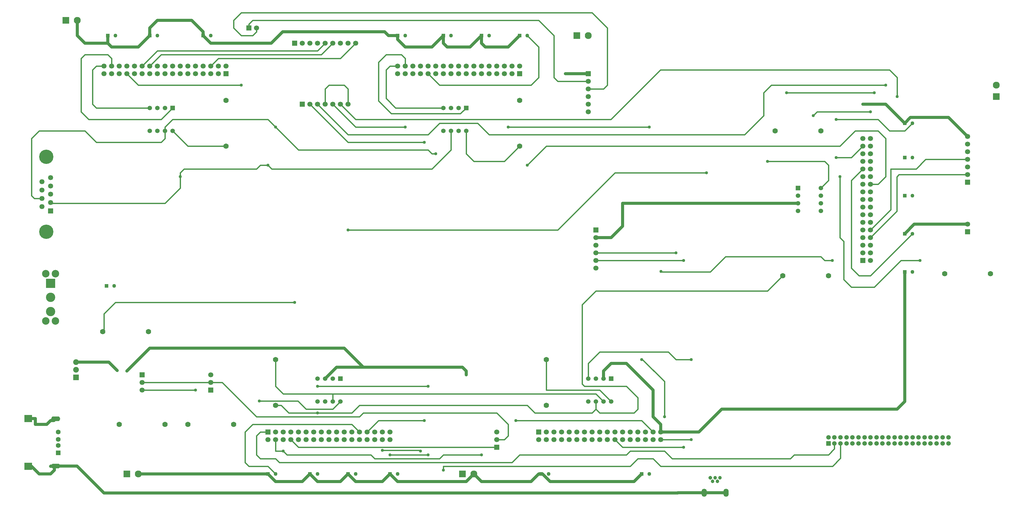
<source format=gbr>
G04 DipTrace 3.3.1.3*
G04 Top.gbr*
%MOIN*%
G04 #@! TF.FileFunction,Copper,L1,Top*
G04 #@! TF.Part,Single*
%AMOUTLINE0*
4,1,8,
-0.009039,0.021824,
0.009039,0.021824,
0.021824,0.009039,
0.021824,-0.009039,
0.009039,-0.021824,
-0.009039,-0.021824,
-0.021824,-0.009039,
-0.021824,0.009039,
-0.009039,0.021824,
0*%
G04 #@! TA.AperFunction,Conductor*
%ADD13C,0.016*%
%ADD14C,0.03937*%
G04 #@! TA.AperFunction,ComponentPad*
%ADD16C,0.07*%
%ADD17C,0.07*%
%ADD18R,0.066929X0.066929*%
%ADD19C,0.066929*%
%ADD20C,0.05*%
%ADD21R,0.05X0.05*%
%ADD22R,0.090551X0.090551*%
%ADD23C,0.090551*%
%ADD24R,0.066535X0.066535*%
%ADD25C,0.066535*%
%ADD26C,0.187402*%
%ADD27R,0.059055X0.059055*%
%ADD28C,0.059055*%
%ADD29C,0.062992*%
%ADD30R,0.062992X0.062992*%
%ADD31O,0.11811X0.062992*%
%ADD32R,0.102362X0.094488*%
G04 #@! TA.AperFunction,ComponentPad*
%ADD33R,0.074803X0.074803*%
%ADD34C,0.074803*%
%ADD35R,0.122047X0.122047*%
%ADD36C,0.122047*%
%ADD37C,0.098425*%
%ADD38C,0.047244*%
%ADD39O,0.066929X0.106299*%
G04 #@! TA.AperFunction,ViaPad*
%ADD40C,0.04*%
G04 #@! TA.AperFunction,ComponentPad*
%ADD98OUTLINE0*%
%FSLAX26Y26*%
G04*
G70*
G90*
G75*
G01*
G04 Top*
%LPD*%
X1509055Y2665748D2*
D13*
X1524016D1*
Y2900787D1*
X1674016Y3050787D1*
X4024016D1*
X1824016Y2150787D2*
D14*
X2124016Y2450787D1*
X4674016D1*
X4924016Y2200787D1*
X4574016D1*
X4424016Y2050787D1*
X7874016Y6050787D2*
X7574016D1*
X10624016Y4350787D2*
X8324016D1*
X1159055Y2265748D2*
X1587567D1*
X1698063Y2155252D1*
X4574016Y2200787D2*
X6224016D1*
X6274016Y2150787D1*
Y2100787D1*
X8324016Y4350787D2*
Y4050787D1*
X8174016Y3900787D1*
X7974016D1*
X8574016Y800787D2*
X8474016Y700787D1*
X7374016D1*
X7274016Y800787D1*
X7255512D1*
X12024016Y3450787D2*
Y1750787D1*
X11924016Y1650787D1*
X10574016D1*
X11474016Y5650787D2*
X11774016D1*
X12024016Y5400787D1*
Y3950787D2*
X12149016Y4075787D1*
X12849016D1*
X6974016Y6550787D2*
X6824016Y6400787D1*
X6524016D1*
X6474016Y6450787D1*
Y6550787D1*
X2633543Y800787D2*
X1974016D1*
X3674016D2*
X2633543D1*
X4224016D2*
X4124016Y700787D1*
X3774016D1*
X3674016Y800787D1*
X4724016D2*
X4624016Y700787D1*
X4324016D1*
X4224016Y800787D1*
X5274016D2*
X5174016Y700787D1*
X4824016D1*
X4724016Y800787D1*
X5874016Y700787D2*
X5374016D1*
X5274016Y800787D1*
X6374016D2*
X6274016Y700787D1*
X5874016D1*
X7255512Y800787D2*
X7224016D1*
X7124016Y700787D1*
X6474016D1*
X6374016Y800787D1*
X8824016Y1350787D2*
Y1450787D1*
X8724016Y1550787D1*
Y1900787D1*
X8374016Y2250787D1*
X8174016D1*
X8074016Y2150787D1*
Y2050787D1*
X9324016Y1350787D2*
X8824016D1*
X10574016Y1650787D2*
X9624016D1*
X9324016Y1350787D1*
X12024016Y5400787D2*
X12099016Y5475787D1*
X12599016D1*
X12849016Y5225787D1*
X1574016Y6550787D2*
Y6450787D1*
X1274016D1*
X1174016Y6550787D1*
Y6750787D1*
X2124016Y6550787D2*
X1974016Y6400787D1*
X1624016D1*
X1574016Y6450787D1*
X2824016Y6550787D2*
Y6600787D1*
X2674016Y6750787D1*
X2224016D1*
X2124016Y6650787D1*
Y6550787D1*
X4624016Y6600787D2*
X3867413D1*
X3717413Y6450787D1*
X2924016D1*
X2824016Y6550787D1*
X5374016D2*
X5256126D1*
X5206126Y6600787D1*
X4624016D1*
X5974016Y6550787D2*
X5824016Y6400787D1*
X5474016D1*
X5374016Y6500787D1*
Y6550787D1*
X6474016D2*
X6324016Y6400787D1*
X6024016D1*
X5974016Y6450787D1*
Y6550787D1*
X532283Y900000D2*
X574803D1*
X674016Y800787D1*
X824016D1*
X874016Y850787D1*
Y900787D1*
X824016D1*
X827165Y903937D1*
X890551D1*
Y1522047D2*
X869291Y1500787D1*
X824016D1*
X774016Y1450787D1*
X624016D1*
X9393307Y551969D2*
X9680709D1*
X890551Y903937D2*
X1170608D1*
X1523757Y550787D1*
X9047303D1*
X9048484Y551969D1*
X9393307D1*
X624016Y1450787D2*
Y1525984D1*
X532283D1*
X3774016Y2300787D2*
D13*
Y1950787D1*
X3874016Y1850787D1*
X4524012D1*
X7974016D1*
X8074016Y1750787D1*
X5874016Y5000787D2*
X5824016D1*
X5774016Y5050787D1*
X4074543D1*
X3774016Y5351315D1*
X11074016Y3600787D2*
X10974016D1*
X10924016Y3650787D1*
X9674016D1*
X9474016Y3450787D1*
X8829000D1*
Y3456787D1*
X2324016Y5300787D2*
Y5200787D1*
X2274016Y5150787D1*
X1424016D1*
X1274016Y5300787D1*
X674016D1*
X574016Y5200787D1*
Y4450787D1*
X610433Y4414370D1*
X712205D1*
X3774016Y5351315D2*
X3674543Y5450787D1*
X2424016D1*
X2324016Y5350787D1*
Y5300787D1*
X4524016Y1750787D2*
X4524012Y1850787D1*
X3774016Y1250787D2*
Y1100787D1*
X3874016D1*
X3924016Y1050787D1*
X5024016D1*
X5074016Y1000787D1*
X5924016D1*
X5974016Y1050787D1*
X6474016D1*
X2724016Y1900787D2*
X2024016D1*
X6474016Y1050787D2*
D3*
X1624016Y6150787D2*
Y6250787D1*
X1574016Y6300787D1*
X1274016D1*
X1224016Y6250787D1*
Y5550787D1*
X1324016Y5450787D1*
X2274016D1*
X2424016Y5600787D1*
X5474016Y6150787D2*
Y6250787D1*
X5424016Y6300787D1*
X5224016D1*
X5124016Y6200787D1*
Y5691858D1*
X5290551Y5525323D1*
X6198551D1*
X6274016Y5600787D1*
X5374016Y6150787D2*
X5274016D1*
X5224016Y6100787D1*
Y5725323D1*
X5348551Y5600787D1*
X5974016D1*
X1524016Y6150787D2*
X1424016D1*
X1374016Y6100787D1*
Y5650787D1*
X1424016Y5600787D1*
X2124016D1*
X4524016Y6450787D2*
X4374016Y6300787D1*
X2274016D1*
X2124016Y6150787D1*
X10824016Y5500787D2*
X10874016Y5550787D1*
X11574016D1*
X9224016Y1250787D2*
X8824016D1*
X9224016Y2300787D2*
X9024016D1*
X8924016Y2400787D1*
X8024016D1*
X7874016Y2250787D1*
Y2050787D1*
X5774016Y1950787D2*
X4324016D1*
X5274016Y1050787D2*
X5774016D1*
X10474016Y5800787D2*
X11624016D1*
X3562752Y1756787D2*
X4068016D1*
X4174016Y1650787D1*
X4524016D1*
X4624016Y1750787D1*
X5174016Y1109787D2*
X5674016D1*
Y1100787D1*
X7324016Y2300787D2*
Y1900787D1*
X8024016D1*
X8174016Y1750787D1*
X3124016Y5100787D2*
X2624016D1*
X2424016Y5300787D1*
X8574016Y2300787D2*
X8586016D1*
X8874016Y2012787D1*
Y1550787D1*
X10924016Y4550787D2*
X11024016Y4650787D1*
Y4850787D1*
X10974016Y4900787D1*
X10224016D1*
X4524016Y5650787D2*
X4824016Y5350787D1*
X5474016D1*
X6824016D2*
X8674016D1*
X5474016D2*
D3*
X6824016D2*
D3*
X3674016Y1350787D2*
X3574016D1*
X3524016Y1300787D1*
Y1050787D1*
X3574016Y1000787D1*
X3774016D1*
X3824016Y950787D1*
X6874016D1*
X6974016Y1050787D1*
X8374016D1*
X8424016Y1100787D1*
X8874016D1*
X8974016Y1000787D1*
X10524016D1*
X10574016Y1050787D1*
X11024016D1*
X11102756Y1129528D1*
Y1200787D1*
X6974016Y5100787D2*
X6774016Y4900787D1*
X6374016D1*
X6274016Y5000787D1*
Y5300787D1*
X5974016Y850787D2*
Y900787D1*
X8424016D1*
X8524016Y1000787D1*
X8724016D1*
X8824016Y900787D1*
X11077165D1*
X11181496Y1005118D1*
Y1200787D1*
X7874016Y5950787D2*
X7474016D1*
X7424016Y6000787D1*
Y6550787D1*
X7224016Y6750787D1*
X3474016D1*
X3424016Y6700787D1*
Y6650787D1*
X7874016Y5850787D2*
X8074016D1*
X8124016Y5900787D1*
Y6650787D1*
X7924016Y6850787D1*
X3324016D1*
X3224016Y6750787D1*
Y6650787D1*
X3324016Y6550787D1*
X3474016D1*
X3524016Y6600787D1*
Y6650787D1*
X4424016Y6450787D2*
X4324016Y6350787D1*
X2224016D1*
X2024016Y6150787D1*
X9024016Y3700787D2*
X7974016D1*
X9124016Y1150787D2*
X8324016D1*
X8224016Y1250787D1*
X9124016Y3600787D2*
X7974016D1*
X3974016Y1250787D2*
X4074016Y1150787D1*
X5374016D1*
X6674016D1*
X11574016Y3900787D2*
X11920016Y4246787D1*
Y4696787D1*
X11949016Y4725787D1*
X12849016D1*
X11574016Y4000787D2*
X11840092Y4266864D1*
Y4800787D1*
X12174016D1*
X12299016Y4925787D1*
X12849016D1*
X10424016Y3400787D2*
X10224016Y3200787D1*
X7974016D1*
X7794488Y3021260D1*
Y1980315D1*
X7824016Y1950787D1*
X8374016D1*
X8524016Y1800787D1*
Y1650787D1*
X8474016Y1600787D1*
X8024016D1*
X7974016Y1650787D1*
Y1750787D1*
X824016Y4359843D2*
Y4350787D1*
X2324016D1*
X2524016Y4550787D1*
Y4700787D1*
X4324016Y1600787D2*
X3947161D1*
X3847161Y1700787D1*
X3774016D1*
X7974016Y1650787D2*
X7924016Y1600787D1*
X7174016D1*
X7074016Y1700787D1*
X4874016D1*
X4774016Y1600787D1*
X4324016D1*
X3674016Y4850787D2*
X3724016Y4800787D1*
X5824016D1*
X6074016Y5050787D1*
Y5300787D1*
X2524016Y4700787D2*
Y4750787D1*
X2574016Y4800787D1*
X3524016D1*
X3574016Y4850787D1*
X3674016D1*
X4724016Y4000787D2*
X7474016D1*
X8224016Y4750787D1*
X9424016D1*
X4724016Y5650787D2*
Y5850787D1*
X4674016Y5900787D1*
X4474016D1*
X4424016Y5850787D1*
Y5650787D1*
X11924016Y5750787D2*
Y6000787D1*
X11824016Y6100787D1*
X8821654D1*
X8171654Y5450787D1*
X4824016D1*
X4624016Y5650787D1*
X4224016D2*
X4724016Y5150787D1*
X5724016D1*
X7074016Y4850787D2*
X7324016Y5100787D1*
X11174016D1*
X11374016Y5300787D1*
X11674016D1*
X11774016Y5200787D1*
Y4700787D1*
X11674016Y4600787D1*
X11574016D1*
X11774016Y5900787D2*
X10274016D1*
X10174016Y5800787D1*
Y5500787D1*
X9924016Y5250787D1*
X6574016D1*
X6424016Y5400787D1*
X5924016D1*
X5774016Y5250787D1*
X4724016D1*
X4324016Y5650787D1*
X2024016Y2000787D2*
X2924016D1*
X3074016D1*
X3524016Y1550787D1*
X4874016D1*
X4924016Y1600787D1*
X6674016D1*
X6824016Y1450787D1*
Y1300787D1*
X6774016Y1250787D1*
X6674016D1*
X5724016Y1500787D2*
X5124016D1*
X4974016Y1350787D1*
X6924016Y1500787D2*
X8574016D1*
X8724016Y1350787D1*
X3324016Y5900787D2*
X1974016D1*
X1824016Y6050787D1*
X11124016Y4950787D2*
X11324016D1*
X11474016Y5100787D1*
X11124016Y5450787D2*
X11674016D1*
X11824016Y5300787D1*
X12024016D1*
X12124016Y5400787D1*
Y3950787D2*
X11574016Y3400787D1*
X11424016D1*
X11324016Y3500787D1*
Y4650787D1*
X11474016Y4800787D1*
X12224016Y3600787D2*
X11974016D1*
X11624016Y3250787D1*
X11324016D1*
X11224016Y3350787D1*
Y3850787D1*
X11174016Y3900787D1*
Y4700787D1*
X7074016Y6550787D2*
X7224016Y6400787D1*
Y6000787D1*
X7124016Y5900787D1*
X5924016D1*
X5774016Y6050787D1*
X4824016Y6450787D2*
X4624016Y6250787D1*
X3024016D1*
X2924016Y6150787D1*
X3774016Y800787D2*
X3674016Y900787D1*
X3424016D1*
X3374016Y950787D1*
Y1350787D1*
X3474016Y1450787D1*
X4774016D1*
X4874016Y1350787D1*
D40*
X5874016Y5000787D3*
X6474016Y1050787D3*
X5474016Y5350787D3*
X6824016D3*
D3*
X5724016Y5150787D3*
X7074016Y4850787D3*
X5474016Y5350787D3*
X6824016D3*
X6474016Y1050787D3*
X4024016Y3050787D3*
X7574016Y6050787D3*
X1824016Y2150787D3*
X8324016Y4350787D3*
X1698063Y2155252D3*
X6274016Y2100787D3*
X2633543Y800787D3*
X9324016Y1350787D3*
X10574016Y1650787D3*
X11474016Y5650787D3*
X5874016Y700787D3*
X4624016Y6600787D3*
X624016Y1450787D3*
X3774016Y5351315D3*
X8829000Y3456787D3*
X11074016Y3600787D3*
X3874016Y1100787D3*
X2724016Y1900787D3*
X10824016Y5500787D3*
X11574016Y5550787D3*
X9224016Y1250787D3*
Y2300787D3*
X4324016Y1950787D3*
X5774016D3*
Y1050787D3*
X5274016D3*
X11624016Y5800787D3*
X10474016D3*
X3562752Y1756787D3*
X5674016Y1100787D3*
X5174016Y1109787D3*
X8874016Y1550787D3*
X8574016Y2300787D3*
X10224016Y4900787D3*
X8674016Y5350787D3*
X5974016Y850787D3*
X9024016Y3700787D3*
X9124016Y1150787D3*
Y3600787D3*
X3674016Y4850787D3*
X4324016Y1600787D3*
X2524016Y4700787D3*
X9424016Y4750787D3*
X4724016Y4000787D3*
X11924016Y5750787D3*
X11774016Y5900787D3*
X5724016Y1500787D3*
X6924016D3*
X3324016Y5900787D3*
X11124016Y4950787D3*
Y5450787D3*
X11174016Y4700787D3*
X12224016Y3600787D3*
D16*
X3774016Y1700787D3*
D17*
Y2300787D3*
D16*
X13149016Y3425787D3*
D17*
X12549016D3*
D18*
X7974016Y4000787D3*
D19*
Y3900787D3*
Y3800787D3*
Y3700787D3*
Y3600787D3*
Y3500787D3*
D18*
X7874016Y6050787D3*
D19*
Y5950787D3*
Y5850787D3*
Y5750787D3*
Y5650787D3*
Y5550787D3*
D20*
X1659055Y3265748D3*
D21*
X1559055D3*
D20*
X3774016Y800787D3*
D21*
X3674016D3*
D20*
X5374016D3*
D21*
X5274016D3*
D20*
X4824016D3*
D21*
X4724016D3*
D20*
X4324016D3*
D21*
X4224016D3*
D20*
X7355512D3*
D21*
X7255512D3*
D20*
X8674016D3*
D21*
X8574016D3*
D20*
X2224016Y6550787D3*
D21*
X2124016D3*
D20*
X1674016D3*
D21*
X1574016D3*
D20*
X2924016D3*
D21*
X2824016D3*
D20*
X12124016Y5400787D3*
D21*
X12024016D3*
D20*
X12124016Y4950787D3*
D21*
X12024016D3*
D20*
X12124016Y4450787D3*
D21*
X12024016D3*
D20*
X12124016Y3950787D3*
D21*
X12024016D3*
D20*
X12124016Y3450787D3*
D21*
X12024016D3*
D20*
X5474016Y6550787D3*
D21*
X5374016D3*
D20*
X6074016D3*
D21*
X5974016D3*
D20*
X6574016D3*
D21*
X6474016D3*
D20*
X7074016D3*
D21*
X6974016D3*
D18*
X2924016Y1900787D3*
D19*
Y2000787D3*
Y2100787D3*
D18*
X4024016Y6450787D3*
D19*
X4124016D3*
X4224016D3*
X4324016D3*
X4424016D3*
X4524016D3*
X4624016D3*
X4724016D3*
X4824016D3*
D18*
X12849016Y3975787D3*
D19*
Y4075787D3*
D18*
X3124016Y6050787D3*
D19*
Y6150787D3*
X3024016Y6050787D3*
Y6150787D3*
X2924016Y6050787D3*
Y6150787D3*
X2824016Y6050787D3*
Y6150787D3*
X2724016Y6050787D3*
Y6150787D3*
X2624016Y6050787D3*
Y6150787D3*
X2524016Y6050787D3*
Y6150787D3*
X2424016Y6050787D3*
Y6150787D3*
X2324016Y6050787D3*
Y6150787D3*
X2224016Y6050787D3*
Y6150787D3*
X2124016Y6050787D3*
Y6150787D3*
X2024016Y6050787D3*
Y6150787D3*
X1924016Y6050787D3*
Y6150787D3*
X1824016Y6050787D3*
Y6150787D3*
X1724016Y6050787D3*
Y6150787D3*
X1624016Y6050787D3*
Y6150787D3*
X1524016Y6050787D3*
Y6150787D3*
D18*
X6974016Y6050787D3*
D19*
Y6150787D3*
X6874016Y6050787D3*
Y6150787D3*
X6774016Y6050787D3*
Y6150787D3*
X6674016Y6050787D3*
Y6150787D3*
X6574016Y6050787D3*
Y6150787D3*
X6474016Y6050787D3*
Y6150787D3*
X6374016Y6050787D3*
Y6150787D3*
X6274016Y6050787D3*
Y6150787D3*
X6174016Y6050787D3*
Y6150787D3*
X6074016Y6050787D3*
Y6150787D3*
X5974016Y6050787D3*
Y6150787D3*
X5874016Y6050787D3*
Y6150787D3*
X5774016Y6050787D3*
Y6150787D3*
X5674016Y6050787D3*
Y6150787D3*
X5574016Y6050787D3*
Y6150787D3*
X5474016Y6050787D3*
Y6150787D3*
X5374016Y6050787D3*
Y6150787D3*
D18*
X11474016Y3600787D3*
D19*
X11574016D3*
X11474016Y3700787D3*
X11574016D3*
X11474016Y3800787D3*
X11574016D3*
X11474016Y3900787D3*
X11574016D3*
X11474016Y4000787D3*
X11574016D3*
X11474016Y4100787D3*
X11574016D3*
X11474016Y4200787D3*
X11574016D3*
X11474016Y4300787D3*
X11574016D3*
X11474016Y4400787D3*
X11574016D3*
X11474016Y4500787D3*
X11574016D3*
X11474016Y4600787D3*
X11574016D3*
X11474016Y4700787D3*
X11574016D3*
X11474016Y4800787D3*
X11574016D3*
X11474016Y4900787D3*
X11574016D3*
X11474016Y5000787D3*
X11574016D3*
X11474016Y5100787D3*
X11574016D3*
X11474016Y5200787D3*
X11574016D3*
D18*
X7224016Y1350787D3*
D19*
Y1250787D3*
X7324016Y1350787D3*
Y1250787D3*
X7424016Y1350787D3*
Y1250787D3*
X7524016Y1350787D3*
Y1250787D3*
X7624016Y1350787D3*
Y1250787D3*
X7724016Y1350787D3*
Y1250787D3*
X7824016Y1350787D3*
Y1250787D3*
X7924016Y1350787D3*
Y1250787D3*
X8024016Y1350787D3*
Y1250787D3*
X8124016Y1350787D3*
Y1250787D3*
X8224016Y1350787D3*
Y1250787D3*
X8324016Y1350787D3*
Y1250787D3*
X8424016Y1350787D3*
Y1250787D3*
X8524016Y1350787D3*
Y1250787D3*
X8624016Y1350787D3*
Y1250787D3*
X8724016Y1350787D3*
Y1250787D3*
X8824016Y1350787D3*
Y1250787D3*
D18*
X3674016Y1350787D3*
D19*
Y1250787D3*
X3774016Y1350787D3*
Y1250787D3*
X3874016Y1350787D3*
Y1250787D3*
X3974016Y1350787D3*
Y1250787D3*
X4074016Y1350787D3*
Y1250787D3*
X4174016Y1350787D3*
Y1250787D3*
X4274016Y1350787D3*
Y1250787D3*
X4374016Y1350787D3*
Y1250787D3*
X4474016Y1350787D3*
Y1250787D3*
X4574016Y1350787D3*
Y1250787D3*
X4674016Y1350787D3*
Y1250787D3*
X4774016Y1350787D3*
Y1250787D3*
X4874016Y1350787D3*
Y1250787D3*
X4974016Y1350787D3*
Y1250787D3*
X5074016Y1350787D3*
Y1250787D3*
X5174016Y1350787D3*
Y1250787D3*
X5274016Y1350787D3*
Y1250787D3*
D22*
X7724016Y6550787D3*
D23*
X7874016D3*
D24*
X824016Y4250787D3*
D25*
Y4359843D3*
Y4468898D3*
Y4577953D3*
Y4687008D3*
X712205Y4305315D3*
Y4414370D3*
Y4523425D3*
Y4632480D3*
D26*
X768111Y3976969D3*
Y4960827D3*
D18*
X3424016Y6650787D3*
D19*
X3524016D3*
D22*
X1024016Y6750787D3*
D23*
X1174016D3*
D22*
X6224016Y800787D3*
D23*
X6374016D3*
D27*
X11024016Y1200787D3*
D28*
X11102756D3*
X11181496D3*
X11260236D3*
X11338976D3*
X11417717D3*
X11496457D3*
X11575197D3*
X11653937D3*
X11732677D3*
X11811417D3*
X11890157D3*
X11968898D3*
X12047638D3*
X12126378D3*
X12205118D3*
X12283858D3*
X12362598D3*
X12441339D3*
X12520079D3*
X12598819D3*
Y1279528D3*
X12520079D3*
X12441339D3*
X12362598D3*
X12283858D3*
X12205118D3*
X12126378D3*
X12047638D3*
X11968898D3*
X11890157D3*
X11811417D3*
X11732677D3*
X11653937D3*
X11575197D3*
X11496457D3*
X11417717D3*
X11338976D3*
X11260236D3*
X11181496D3*
X11102756D3*
X11024016D3*
D22*
X13224016Y5750787D3*
D23*
Y5900787D3*
D29*
X924016Y1350787D3*
Y1252362D3*
Y1173622D3*
D30*
Y1075197D3*
D31*
X890551Y1522047D3*
Y903937D3*
D32*
X532283Y1525984D3*
Y900000D3*
D22*
X1824016Y800787D3*
D23*
X1974016D3*
D18*
X4124016Y5650787D3*
D19*
X4224016D3*
X4324016D3*
X4424016D3*
X4524016D3*
X4624016D3*
X4724016D3*
D16*
X1724016Y1450787D3*
D17*
X2324016D3*
D16*
X3224016D3*
D17*
X2624016D3*
D16*
X7324016Y2300787D3*
D17*
Y1700787D3*
D16*
X3124016Y5100787D3*
D17*
Y5700787D3*
D16*
X6974016D3*
D17*
Y5100787D3*
D16*
X10924016Y5300787D3*
D17*
X10324016D3*
D16*
X2109055Y2665748D3*
D17*
X1509055D3*
D16*
X10424016Y3400787D3*
D17*
X11024016D3*
D33*
X1159055Y2065748D3*
D34*
Y2165748D3*
Y2265748D3*
D18*
X2024016Y2100787D3*
D19*
Y2000787D3*
Y1900787D3*
D18*
X6674016Y1150787D3*
D19*
Y1250787D3*
Y1350787D3*
D35*
X824016Y3300787D3*
D36*
Y3115748D3*
Y2930709D3*
D37*
X886614Y2805709D3*
X761417D3*
Y3425787D3*
X886614D3*
D27*
X2424016Y5600787D3*
D28*
X2324016D3*
X2224016D3*
X2124016D3*
Y5300787D3*
X2224016D3*
X2324016D3*
X2424016D3*
D27*
X6274016Y5600787D3*
D28*
X6174016D3*
X6074016D3*
X5974016D3*
Y5300787D3*
X6074016D3*
X6174016D3*
X6274016D3*
D27*
X10624016Y4550787D3*
D28*
Y4450787D3*
Y4350787D3*
Y4250787D3*
X10924016D3*
Y4350787D3*
Y4450787D3*
Y4550787D3*
D27*
X4624016Y2050787D3*
D28*
X4524016D3*
X4424016D3*
X4324016D3*
Y1750787D3*
X4424016D3*
X4524016D3*
X4624016D3*
D27*
X8174016Y2050787D3*
D28*
X8074016D3*
X7974016D3*
X7874016D3*
Y1750787D3*
X7974016D3*
X8074016D3*
X8174016D3*
D18*
X12849016Y4625787D3*
D19*
Y4725787D3*
Y4825787D3*
Y4925787D3*
Y5025787D3*
Y5125787D3*
Y5225787D3*
D98*
X9474016Y750787D3*
D38*
X9505512Y703543D3*
X9537008Y750787D3*
X9568504Y703543D3*
X9600000Y750787D3*
D39*
X9393307Y551969D3*
X9680709D3*
M02*

</source>
